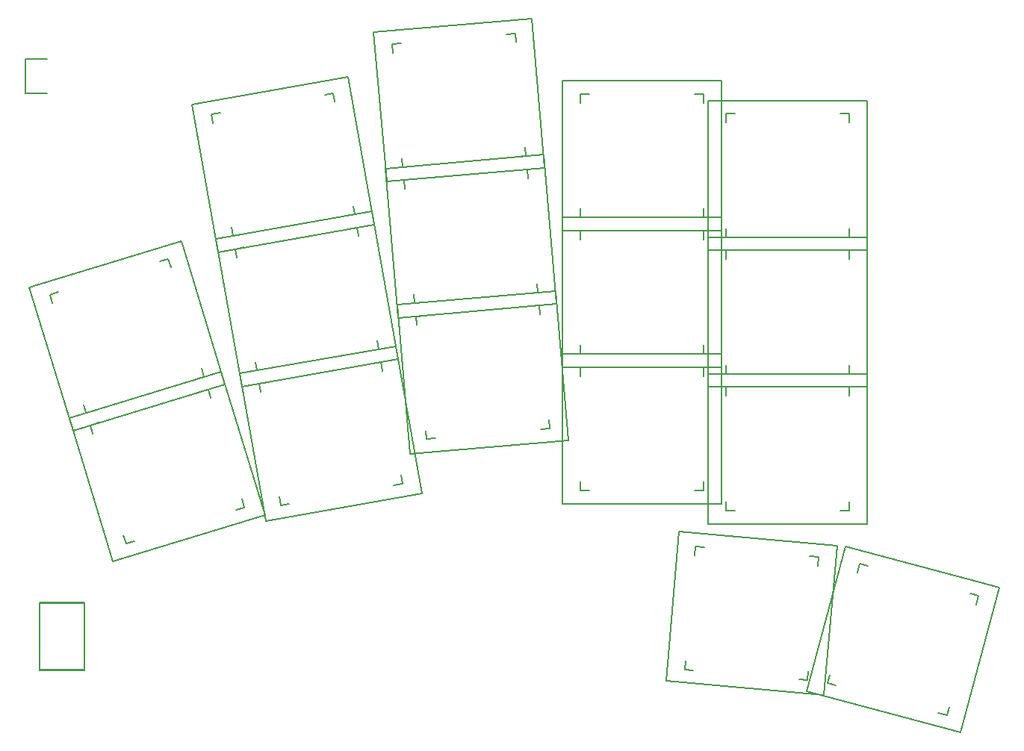
<source format=gbr>
%TF.GenerationSoftware,KiCad,Pcbnew,(6.0.4-0)*%
%TF.CreationDate,2022-06-15T11:09:27+02:00*%
%TF.ProjectId,konafa_min,6b6f6e61-6661-45f6-9d69-6e2e6b696361,v1.0.0*%
%TF.SameCoordinates,Original*%
%TF.FileFunction,OtherDrawing,Comment*%
%FSLAX46Y46*%
G04 Gerber Fmt 4.6, Leading zero omitted, Abs format (unit mm)*
G04 Created by KiCad (PCBNEW (6.0.4-0)) date 2022-06-15 11:09:27*
%MOMM*%
%LPD*%
G01*
G04 APERTURE LIST*
%ADD10C,0.150000*%
G04 APERTURE END LIST*
D10*
%TO.C,S15*%
X297198293Y-138508911D02*
X279811628Y-133850169D01*
X282131708Y-132918917D02*
X282390527Y-131952992D01*
X282131709Y-132918919D02*
X282390527Y-131952992D01*
X294688744Y-136283565D02*
X295654669Y-136542384D01*
X299278135Y-123019422D02*
X299019317Y-123985349D01*
X279811628Y-133850168D02*
X284211551Y-117429429D01*
X301598216Y-122088172D02*
X297198293Y-138508911D01*
X284211551Y-117429429D02*
X301598216Y-122088172D01*
X294688744Y-136283565D02*
X295654669Y-136542384D01*
X285496355Y-120361882D02*
X285755175Y-119395956D01*
X299278136Y-123019423D02*
X298312210Y-122760603D01*
X301598215Y-122088172D02*
X297198293Y-138508911D01*
X282131708Y-132918917D02*
X283097634Y-133177737D01*
X299278136Y-123019423D02*
X299019317Y-123985348D01*
X295913488Y-135576459D02*
X295654669Y-136542384D01*
X295913489Y-135576458D02*
X295654669Y-136542384D01*
X286721100Y-119654775D02*
X285755175Y-119395956D01*
X284211551Y-117429430D02*
X301598215Y-122088172D01*
X299278135Y-123019422D02*
X298312210Y-122760604D01*
X286721100Y-119654777D02*
X285755174Y-119395957D01*
X285496355Y-120361883D02*
X285755174Y-119395957D01*
X297198293Y-138508911D02*
X279811628Y-133850168D01*
X279811628Y-133850169D02*
X284211551Y-117429430D01*
X282131709Y-132918919D02*
X283097633Y-133177737D01*
%TO.C,T2*%
X191171762Y-62115501D02*
X193671762Y-62115501D01*
X191171762Y-66015501D02*
X191171762Y-62115501D01*
X193671762Y-66015501D02*
X191171762Y-66015501D01*
%TO.C,S3*%
X218433613Y-114553830D02*
X215481593Y-97812099D01*
X215481593Y-97812098D02*
X233208132Y-94686431D01*
X231498988Y-96510939D02*
X230514181Y-96684588D01*
X220142755Y-112729322D02*
X221127563Y-112555673D01*
X233208131Y-94686431D02*
X236160151Y-111428162D01*
X232945256Y-110471895D02*
X233930064Y-110298247D01*
X232945256Y-110471895D02*
X233930064Y-110298247D01*
X218696489Y-98768367D02*
X217711681Y-98942014D01*
X217885329Y-99926821D02*
X217711680Y-98942013D01*
X233756415Y-109313439D02*
X233930064Y-110298247D01*
X236160151Y-111428162D02*
X218433613Y-114553830D01*
X233208132Y-94686431D02*
X236160151Y-111428162D01*
X215481593Y-97812099D02*
X233208131Y-94686431D01*
X231498989Y-96510938D02*
X230514181Y-96684587D01*
X218696488Y-98768365D02*
X217711680Y-98942013D01*
X231498988Y-96510939D02*
X231672637Y-97495747D01*
X218433612Y-114553829D02*
X215481593Y-97812098D01*
X220142756Y-112729322D02*
X221127563Y-112555674D01*
X233756416Y-109313440D02*
X233930064Y-110298247D01*
X220142756Y-112729322D02*
X219969107Y-111744514D01*
X220142755Y-112729322D02*
X219969107Y-111744514D01*
X217885329Y-99926822D02*
X217711681Y-98942014D01*
X231498989Y-96510938D02*
X231672637Y-97495746D01*
X236160151Y-111428162D02*
X218433612Y-114553829D01*
%TO.C,S14*%
X281755903Y-134242121D02*
X263824399Y-132673317D01*
X265306047Y-115738007D02*
X283237551Y-117306811D01*
X265947523Y-131353338D02*
X266943717Y-131440493D01*
X267080547Y-118402806D02*
X267167702Y-117406611D01*
X263824399Y-132673317D02*
X265306047Y-115738007D01*
X283237551Y-117306811D02*
X281755903Y-134242121D01*
X265306046Y-115738008D02*
X283237550Y-117306811D01*
X281114428Y-118626791D02*
X281027272Y-119622986D01*
X278898053Y-132486361D02*
X279894248Y-132573517D01*
X265947523Y-131353338D02*
X266034678Y-130357142D01*
X268163897Y-117493769D02*
X267167702Y-117406612D01*
X278898053Y-132486361D02*
X279894248Y-132573517D01*
X283237550Y-117306811D02*
X281755903Y-134242121D01*
X268163897Y-117493767D02*
X267167702Y-117406611D01*
X281114428Y-118626791D02*
X280118233Y-118539636D01*
X279981403Y-131577322D02*
X279894248Y-132573517D01*
X281114427Y-118626791D02*
X280118233Y-118539637D01*
X265947522Y-131353337D02*
X266034678Y-130357142D01*
X267080546Y-118402807D02*
X267167702Y-117406612D01*
X281755903Y-134242121D02*
X263824400Y-132673318D01*
X281114427Y-118626791D02*
X281027272Y-119622987D01*
X265947522Y-131353337D02*
X266943717Y-131440492D01*
X263824400Y-132673318D02*
X265306046Y-115738008D01*
X279981403Y-131577323D02*
X279894248Y-132573517D01*
%TO.C,S1*%
X213397775Y-97579936D02*
X218368094Y-113837117D01*
X211923722Y-99599137D02*
X212216095Y-100555442D01*
X211923723Y-99599137D02*
X210967419Y-99891508D01*
X211923723Y-99599137D02*
X212216095Y-100555442D01*
X218368094Y-113837117D02*
X201154610Y-119099808D01*
X215724556Y-112031100D02*
X216016927Y-112987403D01*
X211923722Y-99599137D02*
X210967419Y-99891509D01*
X199491762Y-103399971D02*
X198535457Y-103692342D01*
X215060622Y-113279775D02*
X216016927Y-112987403D01*
X202628662Y-117080608D02*
X203584966Y-116788236D01*
X199491762Y-103399969D02*
X198535457Y-103692341D01*
X201154610Y-119099808D02*
X196184290Y-102842628D01*
X213397774Y-97579937D02*
X218368094Y-113837117D01*
X215060622Y-113279775D02*
X216016927Y-112987403D01*
X202628661Y-117080607D02*
X203584965Y-116788236D01*
X198827829Y-104648646D02*
X198535457Y-103692342D01*
X215724556Y-112031099D02*
X216016927Y-112987403D01*
X198827828Y-104648645D02*
X198535457Y-103692341D01*
X196184290Y-102842628D02*
X213397774Y-97579937D01*
X196184290Y-102842627D02*
X213397775Y-97579936D01*
X202628662Y-117080608D02*
X202336289Y-116124302D01*
X218368094Y-113837117D02*
X201154609Y-119099808D01*
X202628661Y-117080607D02*
X202336289Y-116124302D01*
X201154609Y-119099808D02*
X196184290Y-102842627D01*
%TO.C,S6*%
X233367485Y-89990809D02*
X251298989Y-88422005D01*
X249661319Y-104124490D02*
X250657514Y-104037335D01*
X234849134Y-106926120D02*
X233367485Y-89990810D01*
X236710789Y-105257516D02*
X236623633Y-104261320D01*
X251298988Y-88422005D02*
X252780637Y-105357315D01*
X250570358Y-103041140D02*
X250657514Y-104037335D01*
X251298989Y-88422005D02*
X252780637Y-105357315D01*
X250570358Y-103041141D02*
X250657514Y-104037335D01*
X249437333Y-90090609D02*
X249524490Y-91086805D01*
X249437334Y-90090609D02*
X249524489Y-91086804D01*
X234849133Y-106926119D02*
X233367485Y-89990809D01*
X249437334Y-90090609D02*
X248441139Y-90177765D01*
X249437333Y-90090609D02*
X248441139Y-90177766D01*
X252780637Y-105357315D02*
X234849134Y-106926120D01*
X236710788Y-105257515D02*
X237706983Y-105170359D01*
X233367485Y-89990810D02*
X251298988Y-88422005D01*
X236710788Y-105257515D02*
X236623633Y-104261320D01*
X252780637Y-105357315D02*
X234849133Y-106926119D01*
X236710789Y-105257516D02*
X237706983Y-105170360D01*
X236486803Y-91223636D02*
X235490608Y-91310790D01*
X235577764Y-92306985D02*
X235490608Y-91310790D01*
X235577764Y-92306984D02*
X235490608Y-91310789D01*
X249661319Y-104124490D02*
X250657514Y-104037335D01*
X236486803Y-91223634D02*
X235490608Y-91310789D01*
%TO.C,S13*%
X271601999Y-68330745D02*
X270601999Y-68330745D01*
X286601999Y-83830745D02*
X268602000Y-83830746D01*
X268601999Y-66830746D02*
X286601998Y-66830745D01*
X286601998Y-66830745D02*
X286601999Y-83830745D01*
X268602000Y-83830746D02*
X268601999Y-66830746D01*
X270601999Y-82330745D02*
X271601999Y-82330745D01*
X284601998Y-68330745D02*
X283601999Y-68330746D01*
X270601999Y-69330745D02*
X270601999Y-68330745D01*
X270602000Y-82330746D02*
X271601999Y-82330746D01*
X286601999Y-66830745D02*
X286601999Y-83830745D01*
X284601999Y-68330745D02*
X284601999Y-69330745D01*
X284601999Y-68330745D02*
X283601999Y-68330745D01*
X270602000Y-82330746D02*
X270601999Y-81330745D01*
X270601999Y-69330746D02*
X270601999Y-68330746D01*
X271601999Y-68330747D02*
X270601999Y-68330746D01*
X286601999Y-83830745D02*
X268601999Y-83830745D01*
X268601999Y-66830745D02*
X286601999Y-66830745D01*
X268601999Y-83830745D02*
X268601999Y-66830745D01*
X284601999Y-81330746D02*
X284601999Y-82330745D01*
X284601999Y-81330745D02*
X284601999Y-82330745D01*
X283601999Y-82330745D02*
X284601999Y-82330745D01*
X270601999Y-82330745D02*
X270601999Y-81330745D01*
X284601998Y-68330745D02*
X284601999Y-69330746D01*
X283601999Y-82330745D02*
X284601999Y-82330745D01*
%TO.C,S5*%
X213050519Y-84024789D02*
X210098500Y-67283058D01*
X213050520Y-84024790D02*
X210098500Y-67283059D01*
X226115896Y-65981898D02*
X225131088Y-66155547D01*
X228373322Y-78784399D02*
X228546971Y-79769207D01*
X210098500Y-67283058D02*
X227825039Y-64157391D01*
X226115895Y-65981899D02*
X226289544Y-66966707D01*
X227562163Y-79942855D02*
X228546971Y-79769207D01*
X214759662Y-82200282D02*
X214586014Y-81215474D01*
X226115896Y-65981898D02*
X226289544Y-66966706D01*
X213313395Y-68239325D02*
X212328587Y-68412973D01*
X214759662Y-82200282D02*
X215744470Y-82026633D01*
X226115895Y-65981899D02*
X225131088Y-66155548D01*
X227562163Y-79942855D02*
X228546971Y-79769207D01*
X214759663Y-82200282D02*
X214586014Y-81215474D01*
X227825038Y-64157391D02*
X230777058Y-80899122D01*
X210098500Y-67283059D02*
X227825038Y-64157391D01*
X213313396Y-68239327D02*
X212328588Y-68412974D01*
X227825039Y-64157391D02*
X230777058Y-80899122D01*
X214759663Y-82200282D02*
X215744470Y-82026634D01*
X230777058Y-80899122D02*
X213050519Y-84024789D01*
X212502236Y-69397782D02*
X212328588Y-68412974D01*
X212502236Y-69397781D02*
X212328587Y-68412973D01*
X228373323Y-78784400D02*
X228546971Y-79769207D01*
X230777058Y-80899122D02*
X213050520Y-84024790D01*
%TO.C,S13*%
X286611999Y-82332000D02*
X286612000Y-99332000D01*
X271612000Y-83832000D02*
X270612000Y-83832000D01*
X284612000Y-96832001D02*
X284612000Y-97832000D01*
X284612000Y-83832000D02*
X284612000Y-84832000D01*
X270612001Y-97832001D02*
X270612000Y-96832000D01*
X284611999Y-83832000D02*
X284612000Y-84832001D01*
X271612000Y-83832002D02*
X270612000Y-83832001D01*
X286612000Y-99332000D02*
X268612001Y-99332001D01*
X270612000Y-84832000D02*
X270612000Y-83832000D01*
X284612000Y-83832000D02*
X283612000Y-83832000D01*
X283612000Y-97832000D02*
X284612000Y-97832000D01*
X284612000Y-96832000D02*
X284612000Y-97832000D01*
X286612000Y-82332000D02*
X286612000Y-99332000D01*
X270612001Y-97832001D02*
X271612000Y-97832001D01*
X270612000Y-84832001D02*
X270612000Y-83832001D01*
X286612000Y-99332000D02*
X268612000Y-99332000D01*
X270612000Y-97832000D02*
X270612000Y-96832000D01*
X268612000Y-82332000D02*
X286612000Y-82332000D01*
X268612000Y-82332001D02*
X286611999Y-82332000D01*
X268612001Y-99332001D02*
X268612000Y-82332001D01*
X284611999Y-83832000D02*
X283612000Y-83832001D01*
X270612000Y-97832000D02*
X271612000Y-97832000D01*
X283612000Y-97832000D02*
X284612000Y-97832000D01*
X268612000Y-99332000D02*
X268612000Y-82332000D01*
%TO.C,S11*%
X268112000Y-66082000D02*
X268112000Y-67082000D01*
X268112000Y-79082001D02*
X268112000Y-80082000D01*
X267112000Y-80082000D02*
X268112000Y-80082000D01*
X268112000Y-66082000D02*
X267112000Y-66082000D01*
X254112000Y-80082000D02*
X255112000Y-80082000D01*
X254112000Y-67082001D02*
X254112000Y-66082001D01*
X254112000Y-67082000D02*
X254112000Y-66082000D01*
X254112000Y-80082000D02*
X254112000Y-79082000D01*
X270112000Y-64582000D02*
X270112000Y-81582000D01*
X254112001Y-80082001D02*
X255112000Y-80082001D01*
X270112000Y-81582000D02*
X252112001Y-81582001D01*
X268111999Y-66082000D02*
X268112000Y-67082001D01*
X267112000Y-80082000D02*
X268112000Y-80082000D01*
X252112000Y-64582000D02*
X270112000Y-64582000D01*
X254112001Y-80082001D02*
X254112000Y-79082000D01*
X255112000Y-66082000D02*
X254112000Y-66082000D01*
X270111999Y-64582000D02*
X270112000Y-81582000D01*
X255112000Y-66082002D02*
X254112000Y-66082001D01*
X268112000Y-79082000D02*
X268112000Y-80082000D01*
X252112001Y-81582001D02*
X252112000Y-64582001D01*
X252112000Y-64582001D02*
X270111999Y-64582000D01*
X270112000Y-81582000D02*
X252112000Y-81582000D01*
X268111999Y-66082000D02*
X267112000Y-66082001D01*
X252112000Y-81582000D02*
X252112000Y-64582000D01*
%TO.C,S12*%
X283612000Y-113332000D02*
X284612000Y-113332000D01*
X268612000Y-97832001D02*
X286611999Y-97832000D01*
X284611999Y-99332000D02*
X283612000Y-99332001D01*
X271612000Y-99332000D02*
X270612000Y-99332000D01*
X284611999Y-99332000D02*
X284612000Y-100332001D01*
X270612000Y-100332001D02*
X270612000Y-99332001D01*
X271612000Y-99332002D02*
X270612000Y-99332001D01*
X286612000Y-114832000D02*
X268612001Y-114832001D01*
X270612000Y-100332000D02*
X270612000Y-99332000D01*
X286612000Y-114832000D02*
X268612000Y-114832000D01*
X284612000Y-112332001D02*
X284612000Y-113332000D01*
X270612000Y-113332000D02*
X270612000Y-112332000D01*
X283612000Y-113332000D02*
X284612000Y-113332000D01*
X284612000Y-112332000D02*
X284612000Y-113332000D01*
X286612000Y-97832000D02*
X286612000Y-114832000D01*
X270612001Y-113332001D02*
X271612000Y-113332001D01*
X284612000Y-99332000D02*
X284612000Y-100332000D01*
X268612000Y-97832000D02*
X286612000Y-97832000D01*
X270612000Y-113332000D02*
X271612000Y-113332000D01*
X284612000Y-99332000D02*
X283612000Y-99332000D01*
X268612001Y-114832001D02*
X268612000Y-97832001D01*
X268612000Y-114832000D02*
X268612000Y-97832000D01*
X286611999Y-97832000D02*
X286612000Y-114832000D01*
X270612001Y-113332001D02*
X270612000Y-112332000D01*
%TO.C,S8*%
X233784974Y-60341598D02*
X232788779Y-60428753D01*
X234008959Y-74375479D02*
X235005154Y-74288323D01*
X230665656Y-59108774D02*
X248597159Y-57539969D01*
X248597159Y-57539969D02*
X250078808Y-74475279D01*
X232875935Y-61424949D02*
X232788779Y-60428754D01*
X246735505Y-59208573D02*
X245739310Y-59295729D01*
X246735504Y-59208573D02*
X246822661Y-60204769D01*
X234008960Y-74375480D02*
X233921804Y-73379284D01*
X234008959Y-74375479D02*
X233921804Y-73379284D01*
X232875935Y-61424948D02*
X232788779Y-60428753D01*
X246959490Y-73242454D02*
X247955685Y-73155299D01*
X232147305Y-76044084D02*
X230665656Y-59108774D01*
X232147304Y-76044083D02*
X230665656Y-59108773D01*
X246959490Y-73242454D02*
X247955685Y-73155299D01*
X250078808Y-74475279D02*
X232147305Y-76044084D01*
X248597160Y-57539969D02*
X250078808Y-74475279D01*
X230665656Y-59108773D02*
X248597160Y-57539969D01*
X247868529Y-72159104D02*
X247955685Y-73155299D01*
X250078808Y-74475279D02*
X232147304Y-76044083D01*
X233784974Y-60341600D02*
X232788779Y-60428754D01*
X246735504Y-59208573D02*
X245739310Y-59295730D01*
X234008960Y-74375480D02*
X235005154Y-74288324D01*
X247868529Y-72159105D02*
X247955685Y-73155299D01*
X246735505Y-59208573D02*
X246822660Y-60204768D01*
%TO.C,S9*%
X270111999Y-95582000D02*
X270112000Y-112582000D01*
X255112000Y-97082002D02*
X254112000Y-97082001D01*
X267112000Y-111082000D02*
X268112000Y-111082000D01*
X270112000Y-112582000D02*
X252112001Y-112582001D01*
X268112000Y-110082000D02*
X268112000Y-111082000D01*
X268112000Y-97082000D02*
X268112000Y-98082000D01*
X254112000Y-98082001D02*
X254112000Y-97082001D01*
X254112001Y-111082001D02*
X254112000Y-110082000D01*
X255112000Y-97082000D02*
X254112000Y-97082000D01*
X267112000Y-111082000D02*
X268112000Y-111082000D01*
X270112000Y-95582000D02*
X270112000Y-112582000D01*
X254112000Y-111082000D02*
X255112000Y-111082000D01*
X268112000Y-97082000D02*
X267112000Y-97082000D01*
X252112000Y-95582000D02*
X270112000Y-95582000D01*
X254112000Y-98082000D02*
X254112000Y-97082000D01*
X268111999Y-97082000D02*
X267112000Y-97082001D01*
X254112001Y-111082001D02*
X255112000Y-111082001D01*
X252112001Y-112582001D02*
X252112000Y-95582001D01*
X270112000Y-112582000D02*
X252112000Y-112582000D01*
X252112000Y-112582000D02*
X252112000Y-95582000D01*
X268111999Y-97082000D02*
X268112000Y-98082001D01*
X268112000Y-110082001D02*
X268112000Y-111082000D01*
X252112000Y-95582001D02*
X270111999Y-95582000D01*
X254112000Y-111082000D02*
X254112000Y-110082000D01*
%TO.C,S10*%
X268112000Y-81582000D02*
X268112000Y-82582000D01*
X254112001Y-95582001D02*
X255112000Y-95582001D01*
X270111999Y-80082000D02*
X270112000Y-97082000D01*
X268111999Y-81582000D02*
X268112000Y-82582001D01*
X254112000Y-95582000D02*
X255112000Y-95582000D01*
X252112000Y-97082000D02*
X252112000Y-80082000D01*
X254112000Y-82582000D02*
X254112000Y-81582000D01*
X270112000Y-80082000D02*
X270112000Y-97082000D01*
X252112000Y-80082001D02*
X270111999Y-80082000D01*
X268112000Y-81582000D02*
X267112000Y-81582000D01*
X252112000Y-80082000D02*
X270112000Y-80082000D01*
X252112001Y-97082001D02*
X252112000Y-80082001D01*
X268112000Y-94582001D02*
X268112000Y-95582000D01*
X270112000Y-97082000D02*
X252112000Y-97082000D01*
X254112001Y-95582001D02*
X254112000Y-94582000D01*
X255112000Y-81582002D02*
X254112000Y-81582001D01*
X270112000Y-97082000D02*
X252112001Y-97082001D01*
X267112000Y-95582000D02*
X268112000Y-95582000D01*
X267112000Y-95582000D02*
X268112000Y-95582000D01*
X268112000Y-94582000D02*
X268112000Y-95582000D01*
X254112000Y-82582001D02*
X254112000Y-81582001D01*
X268111999Y-81582000D02*
X267112000Y-81582001D01*
X254112000Y-95582000D02*
X254112000Y-94582000D01*
X255112000Y-81582000D02*
X254112000Y-81582000D01*
%TO.C,S2*%
X198096900Y-102257883D02*
X199053204Y-101965512D01*
X211192795Y-97208376D02*
X211485166Y-98164679D01*
X198096900Y-102257883D02*
X197804528Y-101301578D01*
X194296068Y-89825922D02*
X194003696Y-88869618D01*
X196622849Y-104277084D02*
X191652529Y-88019904D01*
X210528861Y-98457051D02*
X211485166Y-98164679D01*
X207391961Y-84776413D02*
X207684334Y-85732718D01*
X191652529Y-88019904D02*
X208866013Y-82757213D01*
X213836333Y-99014393D02*
X196622848Y-104277084D01*
X191652529Y-88019903D02*
X208866014Y-82757212D01*
X213836333Y-99014393D02*
X196622849Y-104277084D01*
X210528861Y-98457051D02*
X211485166Y-98164679D01*
X211192795Y-97208375D02*
X211485166Y-98164679D01*
X194960001Y-88577247D02*
X194003696Y-88869618D01*
X207391962Y-84776413D02*
X206435658Y-85068784D01*
X194960001Y-88577245D02*
X194003696Y-88869617D01*
X194296067Y-89825921D02*
X194003696Y-88869617D01*
X208866014Y-82757212D02*
X213836333Y-99014393D01*
X207391962Y-84776413D02*
X207684334Y-85732718D01*
X198096901Y-102257884D02*
X197804528Y-101301578D01*
X198096901Y-102257884D02*
X199053205Y-101965512D01*
X207391961Y-84776413D02*
X206435658Y-85068785D01*
X208866013Y-82757213D02*
X213836333Y-99014393D01*
X196622848Y-104277084D02*
X191652529Y-88019903D01*
%TO.C,T1*%
X191171762Y-62115501D02*
X193671762Y-62115501D01*
X193671762Y-66015501D02*
X191171762Y-66015501D01*
X191171762Y-66015501D02*
X191171762Y-62115501D01*
%TO.C,S4*%
X212790046Y-82547579D02*
X230516584Y-79421911D01*
X230516584Y-79421911D02*
X233468604Y-96163642D01*
X228807441Y-81246419D02*
X227822634Y-81420068D01*
X230253709Y-95207375D02*
X231238517Y-95033727D01*
X217451208Y-97464802D02*
X217277560Y-96479994D01*
X233468604Y-96163642D02*
X215742066Y-99289310D01*
X228807442Y-81246418D02*
X227822634Y-81420067D01*
X228807442Y-81246418D02*
X228981090Y-82231226D01*
X215193782Y-84662301D02*
X215020133Y-83677493D01*
X215742065Y-99289309D02*
X212790046Y-82547578D01*
X215193782Y-84662302D02*
X215020134Y-83677494D01*
X216004942Y-83503847D02*
X215020134Y-83677494D01*
X212790046Y-82547578D02*
X230516585Y-79421911D01*
X228807441Y-81246419D02*
X228981090Y-82231227D01*
X217451209Y-97464802D02*
X217277560Y-96479994D01*
X215742066Y-99289310D02*
X212790046Y-82547579D01*
X230516585Y-79421911D02*
X233468604Y-96163642D01*
X217451209Y-97464802D02*
X218436016Y-97291154D01*
X217451208Y-97464802D02*
X218436016Y-97291153D01*
X231064869Y-94048920D02*
X231238517Y-95033727D01*
X233468604Y-96163642D02*
X215742065Y-99289309D01*
X230253709Y-95207375D02*
X231238517Y-95033727D01*
X231064868Y-94048919D02*
X231238517Y-95033727D01*
X216004941Y-83503845D02*
X215020133Y-83677493D01*
%TO.C,S7*%
X249948074Y-72980987D02*
X251429723Y-89916297D01*
X248310405Y-88683472D02*
X249306600Y-88596317D01*
X233498219Y-91485101D02*
X232016571Y-74549791D01*
X248086420Y-74649591D02*
X247090225Y-74736747D01*
X251429723Y-89916297D02*
X233498219Y-91485101D01*
X235359875Y-89816498D02*
X235272719Y-88820302D01*
X234226850Y-76865967D02*
X234139694Y-75869772D01*
X251429723Y-89916297D02*
X233498220Y-91485102D01*
X248310405Y-88683472D02*
X249306600Y-88596317D01*
X235135889Y-75782616D02*
X234139694Y-75869771D01*
X248086419Y-74649591D02*
X247090225Y-74736748D01*
X249219444Y-87600122D02*
X249306600Y-88596317D01*
X235135889Y-75782618D02*
X234139694Y-75869772D01*
X233498220Y-91485102D02*
X232016571Y-74549792D01*
X249948075Y-72980987D02*
X251429723Y-89916297D01*
X248086419Y-74649591D02*
X248173576Y-75645787D01*
X248086420Y-74649591D02*
X248173575Y-75645786D01*
X235359875Y-89816498D02*
X236356069Y-89729342D01*
X232016571Y-74549792D02*
X249948074Y-72980987D01*
X249219444Y-87600123D02*
X249306600Y-88596317D01*
X232016571Y-74549791D02*
X249948075Y-72980987D01*
X234226850Y-76865966D02*
X234139694Y-75869771D01*
X235359874Y-89816497D02*
X235272719Y-88820302D01*
X235359874Y-89816497D02*
X236356069Y-89729341D01*
%TO.C,MCU1*%
X192786000Y-131406477D02*
X197866000Y-131406477D01*
X197866000Y-131445000D02*
X197866000Y-123825000D01*
X192786000Y-123825000D02*
X192786000Y-131445000D01*
X197866000Y-123786477D02*
X192786000Y-123786477D01*
X197866000Y-131406477D02*
X197866000Y-123786477D01*
X197866000Y-123825000D02*
X192786000Y-123825000D01*
X192786000Y-131445000D02*
X197866000Y-131445000D01*
%TD*%
M02*

</source>
